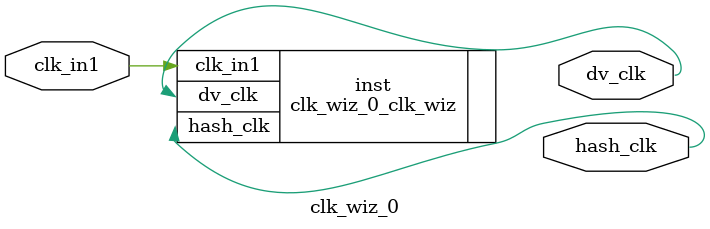
<source format=v>


`timescale 1ps/1ps

(* CORE_GENERATION_INFO = "clk_wiz_0,clk_wiz_v6_0_4_0_0,{component_name=clk_wiz_0,use_phase_alignment=true,use_min_o_jitter=false,use_max_i_jitter=false,use_dyn_phase_shift=false,use_inclk_switchover=false,use_dyn_reconfig=false,enable_axi=0,feedback_source=FDBK_AUTO,PRIMITIVE=MMCM,num_out_clk=2,clkin1_period=10.000,clkin2_period=10.000,use_power_down=false,use_reset=false,use_locked=false,use_inclk_stopped=false,feedback_type=SINGLE,CLOCK_MGR_TYPE=NA,manual_override=false}" *)

module clk_wiz_0 
 (
  // Clock out ports
  output        dv_clk,
  output        hash_clk,
 // Clock in ports
  input         clk_in1
 );

  clk_wiz_0_clk_wiz inst
  (
  // Clock out ports  
  .dv_clk(dv_clk),
  .hash_clk(hash_clk),
 // Clock in ports
  .clk_in1(clk_in1)
  );

endmodule

</source>
